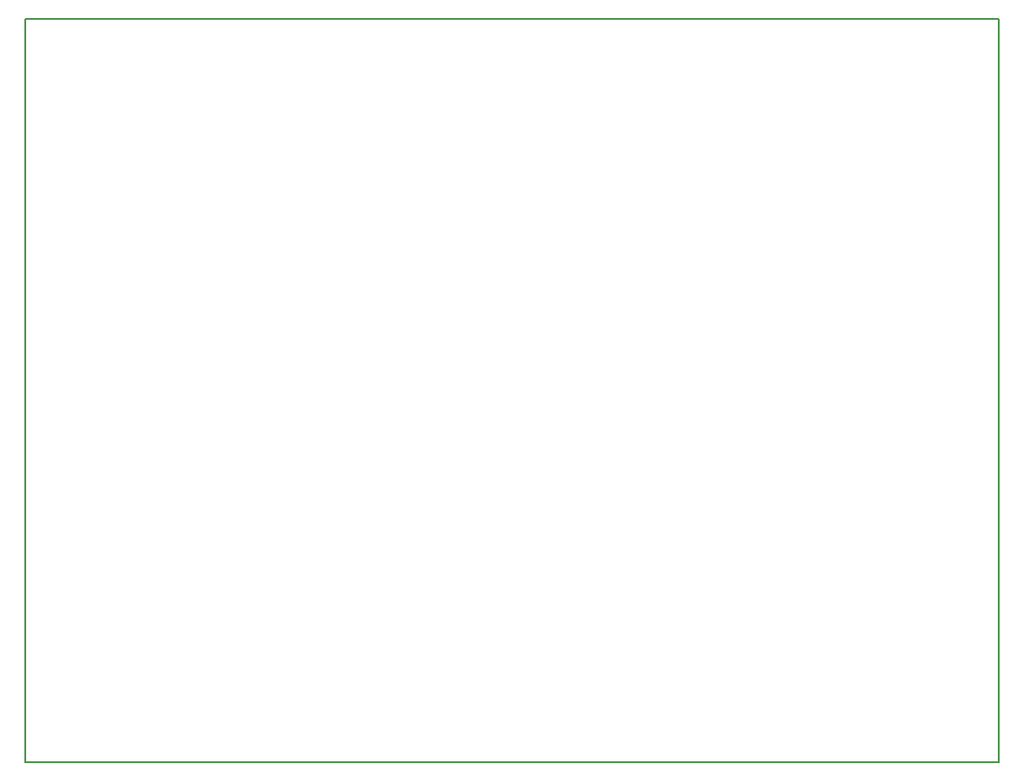
<source format=gbr>
G04 #@! TF.GenerationSoftware,KiCad,Pcbnew,(5.0.0-3-g5ebb6b6)*
G04 #@! TF.CreationDate,2019-03-06T20:47:56+00:00*
G04 #@! TF.ProjectId,ServerPSU_Breakout,5365727665725053555F427265616B6F,rev?*
G04 #@! TF.SameCoordinates,Original*
G04 #@! TF.FileFunction,Profile,NP*
%FSLAX46Y46*%
G04 Gerber Fmt 4.6, Leading zero omitted, Abs format (unit mm)*
G04 Created by KiCad (PCBNEW (5.0.0-3-g5ebb6b6)) date Wednesday, 06 March 2019 at 20:47:56*
%MOMM*%
%LPD*%
G01*
G04 APERTURE LIST*
%ADD10C,0.150000*%
G04 APERTURE END LIST*
D10*
X105410000Y-127000000D02*
X105410000Y-57150000D01*
X196850000Y-127000000D02*
X105410000Y-127000000D01*
X196850000Y-57150000D02*
X196850000Y-127000000D01*
X105410000Y-57150000D02*
X196850000Y-57150000D01*
M02*

</source>
